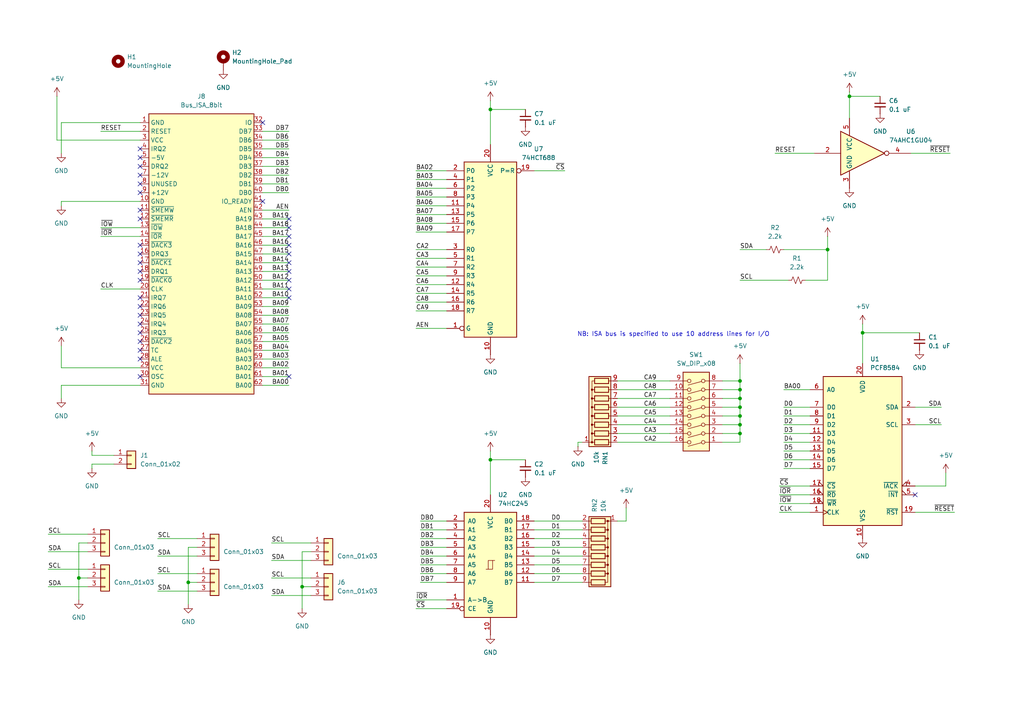
<source format=kicad_sch>
(kicad_sch (version 20231120) (generator "eeschema") (generator_version "8.0")
  (paper "A4")
  (lib_symbols
    (symbol "74xGxx:74AHC1GU04"
      (property "Reference" "U" (at -2.54 3.81 0))
      (property "Value" "74AHC1GU04" (at 0 -3.81 0))
      (symbol "74AHC1GU04_0_1"
        (polyline (pts (xy -7.62 6.35) (xy -7.62 -6.35) (xy 5.08 0) (xy -7.62 6.35)) (stroke (width 0.254)) (fill (type background)))
      )
      (symbol "74AHC1GU04_1_1"
        (pin input line (at -15.24 0 0) (length 7.62) (name "~") (number "2"))
        (pin power_in line (at -5.08 -10.16 90) (length 5.08) (name "GND") (number "3"))
        (pin output inverted (at 12.7 0 180) (length 7.62) (name "~") (number "4"))
        (pin power_in line (at -5.08 10.16 270) (length 5.08) (name "VCC") (number "5"))
      )
    )
    (symbol "74xx:74HC245" (pin_names (offset 1.016))
      (property "Reference" "U" (at -7.62 16.51 0))
      (property "Value" "74HC245" (at -7.62 -16.51 0))
      (symbol "74HC245_1_0"
        (polyline (pts (xy -0.635 -1.27) (xy -0.635 1.27) (xy 0.635 1.27)))
        (polyline (pts (xy -1.27 -1.27) (xy 0.635 -1.27) (xy 0.635 1.27) (xy 1.27 1.27)))
        (pin input line (at -12.7 -10.16 0) (length 5.08) (name "A->B") (number "1"))
        (pin power_in line (at 0 -20.32 90) (length 5.08) (name "GND") (number "10"))
        (pin tri_state line (at 12.7 -5.08 180) (length 5.08) (name "B7") (number "11"))
        (pin tri_state line (at 12.7 -2.54 180) (length 5.08) (name "B6") (number "12"))
        (pin tri_state line (at 12.7 0 180) (length 5.08) (name "B5") (number "13"))
        (pin tri_state line (at 12.7 2.54 180) (length 5.08) (name "B4") (number "14"))
        (pin tri_state line (at 12.7 5.08 180) (length 5.08) (name "B3") (number "15"))
        (pin tri_state line (at 12.7 7.62 180) (length 5.08) (name "B2") (number "16"))
        (pin tri_state line (at 12.7 10.16 180) (length 5.08) (name "B1") (number "17"))
        (pin tri_state line (at 12.7 12.7 180) (length 5.08) (name "B0") (number "18"))
        (pin input inverted (at -12.7 -12.7 0) (length 5.08) (name "CE") (number "19"))
        (pin tri_state line (at -12.7 12.7 0) (length 5.08) (name "A0") (number "2"))
        (pin power_in line (at 0 20.32 270) (length 5.08) (name "VCC") (number "20"))
        (pin tri_state line (at -12.7 10.16 0) (length 5.08) (name "A1") (number "3"))
        (pin tri_state line (at -12.7 7.62 0) (length 5.08) (name "A2") (number "4"))
        (pin tri_state line (at -12.7 5.08 0) (length 5.08) (name "A3") (number "5"))
        (pin tri_state line (at -12.7 2.54 0) (length 5.08) (name "A4") (number "6"))
        (pin tri_state line (at -12.7 0 0) (length 5.08) (name "A5") (number "7"))
        (pin tri_state line (at -12.7 -2.54 0) (length 5.08) (name "A6") (number "8"))
        (pin tri_state line (at -12.7 -5.08 0) (length 5.08) (name "A7") (number "9"))
      )
      (symbol "74HC245_1_1"
        (rectangle (start -7.62 15.24) (end 7.62 -15.24) (stroke (width 0.254)) (fill (type background)))
      )
    )
    (symbol "74xx:74HCT688"
      (property "Reference" "U" (at -7.62 26.67 0))
      (property "Value" "74HCT688" (at -7.62 -26.67 0))
      (symbol "74HCT688_1_0"
        (pin input inverted (at -12.7 -22.86 0) (length 5.08) (name "G") (number "1"))
        (pin power_in line (at 0 -30.48 90) (length 5.08) (name "GND") (number "10"))
        (pin input line (at -12.7 12.7 0) (length 5.08) (name "P4") (number "11"))
        (pin input line (at -12.7 -10.16 0) (length 5.08) (name "R4") (number "12"))
        (pin input line (at -12.7 10.16 0) (length 5.08) (name "P5") (number "13"))
        (pin input line (at -12.7 -12.7 0) (length 5.08) (name "R5") (number "14"))
        (pin input line (at -12.7 7.62 0) (length 5.08) (name "P6") (number "15"))
        (pin input line (at -12.7 -15.24 0) (length 5.08) (name "R6") (number "16"))
        (pin input line (at -12.7 5.08 0) (length 5.08) (name "P7") (number "17"))
        (pin input line (at -12.7 -17.78 0) (length 5.08) (name "R7") (number "18"))
        (pin output inverted (at 12.7 22.86 180) (length 5.08) (name "P=R") (number "19"))
        (pin input line (at -12.7 22.86 0) (length 5.08) (name "P0") (number "2"))
        (pin power_in line (at 0 30.48 270) (length 5.08) (name "VCC") (number "20"))
        (pin input line (at -12.7 0 0) (length 5.08) (name "R0") (number "3"))
        (pin input line (at -12.7 20.32 0) (length 5.08) (name "P1") (number "4"))
        (pin input line (at -12.7 -2.54 0) (length 5.08) (name "R1") (number "5"))
        (pin input line (at -12.7 17.78 0) (length 5.08) (name "P2") (number "6"))
        (pin input line (at -12.7 -5.08 0) (length 5.08) (name "R2") (number "7"))
        (pin input line (at -12.7 15.24 0) (length 5.08) (name "P3") (number "8"))
        (pin input line (at -12.7 -7.62 0) (length 5.08) (name "R3") (number "9"))
      )
      (symbol "74HCT688_1_1"
        (rectangle (start -7.62 25.4) (end 7.62 -25.4) (stroke (width 0.254)) (fill (type background)))
      )
    )
    (symbol "Connector:Bus_ISA_8bit"
      (property "Reference" "J" (at 0 42.545 0))
      (property "Value" "Bus_ISA_8bit" (at 0 -42.545 0))
      (symbol "Bus_ISA_8bit_0_1"
        (rectangle (start -15.24 -40.64) (end 15.24 40.64) (stroke (width 0.254)) (fill (type background)))
      )
      (symbol "Bus_ISA_8bit_1_1"
        (pin power_in line (at -17.78 38.1 0) (length 2.54) (name "GND") (number "1"))
        (pin power_in line (at -17.78 15.24 0) (length 2.54) (name "GND") (number "10"))
        (pin output line (at -17.78 12.7 0) (length 2.54) (name "~{SMEMW}") (number "11"))
        (pin output line (at -17.78 10.16 0) (length 2.54) (name "~{SMEMR}") (number "12"))
        (pin output line (at -17.78 7.62 0) (length 2.54) (name "~{IOW}") (number "13"))
        (pin output line (at -17.78 5.08 0) (length 2.54) (name "~{IOR}") (number "14"))
        (pin passive line (at -17.78 2.54 0) (length 2.54) (name "~{DACK3}") (number "15"))
        (pin passive line (at -17.78 0 0) (length 2.54) (name "DRQ3") (number "16"))
        (pin passive line (at -17.78 -2.54 0) (length 2.54) (name "~{DACK1}") (number "17"))
        (pin passive line (at -17.78 -5.08 0) (length 2.54) (name "DRQ1") (number "18"))
        (pin passive line (at -17.78 -7.62 0) (length 2.54) (name "~{DACK0}") (number "19"))
        (pin output line (at -17.78 35.56 0) (length 2.54) (name "RESET") (number "2"))
        (pin output line (at -17.78 -10.16 0) (length 2.54) (name "CLK") (number "20"))
        (pin passive line (at -17.78 -12.7 0) (length 2.54) (name "IRQ7") (number "21"))
        (pin passive line (at -17.78 -15.24 0) (length 2.54) (name "IRQ6") (number "22"))
        (pin passive line (at -17.78 -17.78 0) (length 2.54) (name "IRQ5") (number "23"))
        (pin passive line (at -17.78 -20.32 0) (length 2.54) (name "IRQ4") (number "24"))
        (pin passive line (at -17.78 -22.86 0) (length 2.54) (name "IRQ3") (number "25"))
        (pin passive line (at -17.78 -25.4 0) (length 2.54) (name "~{DACK2}") (number "26"))
        (pin passive line (at -17.78 -27.94 0) (length 2.54) (name "TC") (number "27"))
        (pin output line (at -17.78 -30.48 0) (length 2.54) (name "ALE") (number "28"))
        (pin power_in line (at -17.78 -33.02 0) (length 2.54) (name "VCC") (number "29"))
        (pin power_in line (at -17.78 33.02 0) (length 2.54) (name "VCC") (number "3"))
        (pin output line (at -17.78 -35.56 0) (length 2.54) (name "OSC") (number "30"))
        (pin power_in line (at -17.78 -38.1 0) (length 2.54) (name "GND") (number "31"))
        (pin passive line (at 17.78 38.1 180) (length 2.54) (name "IO") (number "32"))
        (pin tri_state line (at 17.78 35.56 180) (length 2.54) (name "DB7") (number "33"))
        (pin tri_state line (at 17.78 33.02 180) (length 2.54) (name "DB6") (number "34"))
        (pin tri_state line (at 17.78 30.48 180) (length 2.54) (name "DB5") (number "35"))
        (pin tri_state line (at 17.78 27.94 180) (length 2.54) (name "DB4") (number "36"))
        (pin tri_state line (at 17.78 25.4 180) (length 2.54) (name "DB3") (number "37"))
        (pin tri_state line (at 17.78 22.86 180) (length 2.54) (name "DB2") (number "38"))
        (pin tri_state line (at 17.78 20.32 180) (length 2.54) (name "DB1") (number "39"))
        (pin passive line (at -17.78 30.48 0) (length 2.54) (name "IRQ2") (number "4"))
        (pin tri_state line (at 17.78 17.78 180) (length 2.54) (name "DB0") (number "40"))
        (pin passive line (at 17.78 15.24 180) (length 2.54) (name "IO_READY") (number "41"))
        (pin output line (at 17.78 12.7 180) (length 2.54) (name "AEN") (number "42"))
        (pin tri_state line (at 17.78 10.16 180) (length 2.54) (name "BA19") (number "43"))
        (pin tri_state line (at 17.78 7.62 180) (length 2.54) (name "BA18") (number "44"))
        (pin tri_state line (at 17.78 5.08 180) (length 2.54) (name "BA17") (number "45"))
        (pin tri_state line (at 17.78 2.54 180) (length 2.54) (name "BA16") (number "46"))
        (pin tri_state line (at 17.78 0 180) (length 2.54) (name "BA15") (number "47"))
        (pin tri_state line (at 17.78 -2.54 180) (length 2.54) (name "BA14") (number "48"))
        (pin tri_state line (at 17.78 -5.08 180) (length 2.54) (name "BA13") (number "49"))
        (pin power_in line (at -17.78 27.94 0) (length 2.54) (name "-5V") (number "5"))
        (pin tri_state line (at 17.78 -7.62 180) (length 2.54) (name "BA12") (number "50"))
        (pin tri_state line (at 17.78 -10.16 180) (length 2.54) (name "BA11") (number "51"))
        (pin tri_state line (at 17.78 -12.7 180) (length 2.54) (name "BA10") (number "52"))
        (pin tri_state line (at 17.78 -15.24 180) (length 2.54) (name "BA09") (number "53"))
        (pin tri_state line (at 17.78 -17.78 180) (length 2.54) (name "BA08") (number "54"))
        (pin tri_state line (at 17.78 -20.32 180) (length 2.54) (name "BA07") (number "55"))
        (pin tri_state line (at 17.78 -22.86 180) (length 2.54) (name "BA06") (number "56"))
        (pin tri_state line (at 17.78 -25.4 180) (length 2.54) (name "BA05") (number "57"))
        (pin tri_state line (at 17.78 -27.94 180) (length 2.54) (name "BA04") (number "58"))
        (pin tri_state line (at 17.78 -30.48 180) (length 2.54) (name "BA03") (number "59"))
        (pin passive line (at -17.78 25.4 0) (length 2.54) (name "DRQ2") (number "6"))
        (pin tri_state line (at 17.78 -33.02 180) (length 2.54) (name "BA02") (number "60"))
        (pin tri_state line (at 17.78 -35.56 180) (length 2.54) (name "BA01") (number "61"))
        (pin tri_state line (at 17.78 -38.1 180) (length 2.54) (name "BA00") (number "62"))
        (pin power_in line (at -17.78 22.86 0) (length 2.54) (name "-12V") (number "7"))
        (pin passive line (at -17.78 20.32 0) (length 2.54) (name "UNUSED") (number "8"))
        (pin power_in line (at -17.78 17.78 0) (length 2.54) (name "+12V") (number "9"))
      )
    )
    (symbol "Connector_Generic:Conn_01x02" (pin_names (offset 1.016) hide)
      (property "Reference" "J" (at 0 2.54 0))
      (property "Value" "Conn_01x02" (at 0 -5.08 0))
      (symbol "Conn_01x02_1_1"
        (rectangle (start -1.27 -2.413) (end 0 -2.667) (stroke (width 0.1524)))
        (rectangle (start -1.27 0.127) (end 0 -0.127) (stroke (width 0.1524)))
        (rectangle (start -1.27 1.27) (end 1.27 -3.81) (stroke (width 0.254)) (fill (type background)))
        (pin passive line (at -5.08 0 0) (length 3.81) (name "Pin_1") (number "1"))
        (pin passive line (at -5.08 -2.54 0) (length 3.81) (name "Pin_2") (number "2"))
      )
    )
    (symbol "Connector_Generic:Conn_01x03" (pin_names (offset 1.016) hide)
      (property "Reference" "J" (at 0 5.08 0))
      (property "Value" "Conn_01x03" (at 0 -5.08 0))
      (symbol "Conn_01x03_1_1"
        (rectangle (start -1.27 -2.413) (end 0 -2.667) (stroke (width 0.1524)))
        (rectangle (start -1.27 0.127) (end 0 -0.127) (stroke (width 0.1524)))
        (rectangle (start -1.27 2.667) (end 0 2.413) (stroke (width 0.1524)))
        (rectangle (start -1.27 3.81) (end 1.27 -3.81) (stroke (width 0.254)) (fill (type background)))
        (pin passive line (at -5.08 2.54 0) (length 3.81) (name "Pin_1") (number "1"))
        (pin passive line (at -5.08 0 0) (length 3.81) (name "Pin_2") (number "2"))
        (pin passive line (at -5.08 -2.54 0) (length 3.81) (name "Pin_3") (number "3"))
      )
    )
    (symbol "Device:C_Small" (pin_numbers hide) (pin_names (offset 0.254) hide)
      (property "Reference" "C" (at 0.254 1.778 0))
      (property "Value" "C_Small" (at 0.254 -2.032 0))
      (symbol "C_Small_0_1"
        (polyline (pts (xy -1.524 -0.508) (xy 1.524 -0.508)) (stroke (width 0.3302)))
        (polyline (pts (xy -1.524 0.508) (xy 1.524 0.508)) (stroke (width 0.3048)))
      )
      (symbol "C_Small_1_1"
        (pin passive line (at 0 2.54 270) (length 2.032) (name "~") (number "1"))
        (pin passive line (at 0 -2.54 90) (length 2.032) (name "~") (number "2"))
      )
    )
    (symbol "Device:R_Network08" (pin_names (offset 0) hide)
      (property "Reference" "RN" (at -12.7 0 90))
      (property "Value" "R_Network08" (at 10.16 0 90))
      (symbol "R_Network08_0_1"
        (rectangle (start -11.43 -3.175) (end 8.89 3.175) (stroke (width 0.254)) (fill (type background)))
        (rectangle (start -10.922 1.524) (end -9.398 -2.54) (stroke (width 0.254)))
        (circle (center -10.16 2.286) (radius 0.254) (fill (type outline)))
        (rectangle (start -8.382 1.524) (end -6.858 -2.54) (stroke (width 0.254)))
        (circle (center -7.62 2.286) (radius 0.254) (fill (type outline)))
        (rectangle (start -5.842 1.524) (end -4.318 -2.54) (stroke (width 0.254)))
        (circle (center -5.08 2.286) (radius 0.254) (fill (type outline)))
        (rectangle (start -3.302 1.524) (end -1.778 -2.54) (stroke (width 0.254)))
        (circle (center -2.54 2.286) (radius 0.254) (fill (type outline)))
        (rectangle (start -0.762 1.524) (end 0.762 -2.54) (stroke (width 0.254)))
        (polyline (pts (xy -10.16 -2.54) (xy -10.16 -3.81)))
        (polyline (pts (xy -7.62 -2.54) (xy -7.62 -3.81)))
        (polyline (pts (xy -5.08 -2.54) (xy -5.08 -3.81)))
        (polyline (pts (xy -2.54 -2.54) (xy -2.54 -3.81)))
        (polyline (pts (xy 0 -2.54) (xy 0 -3.81)))
        (polyline (pts (xy 2.54 -2.54) (xy 2.54 -3.81)))
        (polyline (pts (xy 5.08 -2.54) (xy 5.08 -3.81)))
        (polyline (pts (xy 7.62 -2.54) (xy 7.62 -3.81)))
        (polyline (pts (xy -10.16 1.524) (xy -10.16 2.286) (xy -7.62 2.286) (xy -7.62 1.524)))
        (polyline (pts (xy -7.62 1.524) (xy -7.62 2.286) (xy -5.08 2.286) (xy -5.08 1.524)))
        (polyline (pts (xy -5.08 1.524) (xy -5.08 2.286) (xy -2.54 2.286) (xy -2.54 1.524)))
        (polyline (pts (xy -2.54 1.524) (xy -2.54 2.286) (xy 0 2.286) (xy 0 1.524)))
        (polyline (pts (xy 0 1.524) (xy 0 2.286) (xy 2.54 2.286) (xy 2.54 1.524)))
        (polyline (pts (xy 2.54 1.524) (xy 2.54 2.286) (xy 5.08 2.286) (xy 5.08 1.524)))
        (polyline (pts (xy 5.08 1.524) (xy 5.08 2.286) (xy 7.62 2.286) (xy 7.62 1.524)))
        (circle (center 0 2.286) (radius 0.254) (fill (type outline)))
        (rectangle (start 1.778 1.524) (end 3.302 -2.54) (stroke (width 0.254)))
        (circle (center 2.54 2.286) (radius 0.254) (fill (type outline)))
        (rectangle (start 4.318 1.524) (end 5.842 -2.54) (stroke (width 0.254)))
        (circle (center 5.08 2.286) (radius 0.254) (fill (type outline)))
        (rectangle (start 6.858 1.524) (end 8.382 -2.54) (stroke (width 0.254)))
      )
      (symbol "R_Network08_1_1"
        (pin passive line (at -10.16 5.08 270) (length 2.54) (name "common") (number "1"))
        (pin passive line (at -10.16 -5.08 90) (length 1.27) (name "R1") (number "2"))
        (pin passive line (at -7.62 -5.08 90) (length 1.27) (name "R2") (number "3"))
        (pin passive line (at -5.08 -5.08 90) (length 1.27) (name "R3") (number "4"))
        (pin passive line (at -2.54 -5.08 90) (length 1.27) (name "R4") (number "5"))
        (pin passive line (at 0 -5.08 90) (length 1.27) (name "R5") (number "6"))
        (pin passive line (at 2.54 -5.08 90) (length 1.27) (name "R6") (number "7"))
        (pin passive line (at 5.08 -5.08 90) (length 1.27) (name "R7") (number "8"))
        (pin passive line (at 7.62 -5.08 90) (length 1.27) (name "R8") (number "9"))
      )
    )
    (symbol "Device:R_Small_US" (pin_numbers hide) (pin_names (offset 0.254) hide)
      (property "Reference" "R" (at 0.762 0.508 0))
      (property "Value" "R_Small_US" (at 0.762 -1.016 0))
      (symbol "R_Small_US_1_1"
        (polyline (pts (xy 0 0) (xy 1.016 -0.381) (xy 0 -0.762) (xy -1.016 -1.143) (xy 0 -1.524)))
        (polyline (pts (xy 0 1.524) (xy 1.016 1.143) (xy 0 0.762) (xy -1.016 0.381) (xy 0 0)))
        (pin passive line (at 0 2.54 270) (length 1.016) (name "~") (number "1"))
        (pin passive line (at 0 -2.54 90) (length 1.016) (name "~") (number "2"))
      )
    )
    (symbol "Interface_Expansion:PCF8584" (pin_names (offset 1.016))
      (property "Reference" "U" (at -11.43 22.86 0))
      (property "Value" "PCF8584" (at 3.81 22.86 0))
      (symbol "PCF8584_0_1"
        (rectangle (start -11.43 -21.59) (end 11.43 21.59) (stroke (width 0.254)) (fill (type background)))
      )
      (symbol "PCF8584_1_1"
        (pin input clock (at -15.24 -17.78 0) (length 3.81) (name "CLK") (number "1"))
        (pin power_in line (at 0 -25.4 90) (length 3.81) (name "VSS") (number "10"))
        (pin tri_state line (at -15.24 5.08 0) (length 3.81) (name "D3") (number "11"))
        (pin tri_state line (at -15.24 2.54 0) (length 3.81) (name "D4") (number "12"))
        (pin tri_state line (at -15.24 0 0) (length 3.81) (name "D5") (number "13"))
        (pin tri_state line (at -15.24 -2.54 0) (length 3.81) (name "D6") (number "14"))
        (pin tri_state line (at -15.24 -5.08 0) (length 3.81) (name "D7") (number "15"))
        (pin passive input_low (at -15.24 -12.7 0) (length 3.81) (name "~{RD}") (number "16"))
        (pin input input_low (at -15.24 -10.16 0) (length 3.81) (name "~{CS}") (number "17"))
        (pin input input_low (at -15.24 -15.24 0) (length 3.81) (name "~{WR}") (number "18"))
        (pin bidirectional line (at 15.24 -17.78 180) (length 3.81) (name "~{RST}") (number "19"))
        (pin bidirectional line (at 15.24 12.7 180) (length 3.81) (name "SDA") (number "2"))
        (pin power_in line (at 0 25.4 270) (length 3.81) (name "VDD") (number "20"))
        (pin bidirectional line (at 15.24 7.62 180) (length 3.81) (name "SCL") (number "3"))
        (pin input input_low (at 15.24 -10.16 180) (length 3.81) (name "~{IACK}") (number "4"))
        (pin output output_low (at 15.24 -12.7 180) (length 3.81) (name "~{INT}") (number "5"))
        (pin input line (at -15.24 17.78 0) (length 3.81) (name "A0") (number "6"))
        (pin tri_state line (at -15.24 12.7 0) (length 3.81) (name "D0") (number "7"))
        (pin tri_state line (at -15.24 10.16 0) (length 3.81) (name "D1") (number "8"))
        (pin tri_state line (at -15.24 7.62 0) (length 3.81) (name "D2") (number "9"))
      )
    )
    (symbol "Mechanical:MountingHole" (pin_names (offset 1.016)) (exclude_from_sim yes) (in_bom no)
      (property "Reference" "H" (at 0 5.08 0))
      (property "Value" "MountingHole" (at 0 3.175 0))
      (symbol "MountingHole_0_1"
        (circle (center 0 0) (radius 1.27) (stroke (width 1.27)))
      )
    )
    (symbol "Mechanical:MountingHole_Pad" (pin_numbers hide) (pin_names (offset 1.016) hide) (exclude_from_sim yes) (in_bom no)
      (property "Reference" "H" (at 0 6.35 0))
      (property "Value" "MountingHole_Pad" (at 0 4.445 0))
      (symbol "MountingHole_Pad_0_1"
        (circle (center 0 1.27) (radius 1.27) (stroke (width 1.27)))
      )
      (symbol "MountingHole_Pad_1_1"
        (pin input line (at 0 -2.54 90) (length 2.54) (name "1") (number "1"))
      )
    )
    (symbol "Switch:SW_DIP_x08" (pin_names (offset 0) hide)
      (property "Reference" "SW" (at 0 13.97 0))
      (property "Value" "SW_DIP_x08" (at 0 -11.43 0))
      (symbol "SW_DIP_x08_0_0"
        (circle (center -2.032 -7.62) (radius 0.508))
        (circle (center -2.032 -5.08) (radius 0.508))
        (circle (center -2.032 -2.54) (radius 0.508))
        (circle (center -2.032 0) (radius 0.508))
        (circle (center -2.032 2.54) (radius 0.508))
        (circle (center -2.032 5.08) (radius 0.508))
        (circle (center -2.032 7.62) (radius 0.508))
        (circle (center -2.032 10.16) (radius 0.508))
        (polyline (pts (xy -1.524 -7.4676) (xy 2.3622 -6.4262)))
        (polyline (pts (xy -1.524 -4.9276) (xy 2.3622 -3.8862)))
        (polyline (pts (xy -1.524 -2.3876) (xy 2.3622 -1.3462)))
        (polyline (pts (xy -1.524 0.127) (xy 2.3622 1.1684)))
        (polyline (pts (xy -1.524 2.667) (xy 2.3622 3.7084)))
        (polyline (pts (xy -1.524 5.207) (xy 2.3622 6.2484)))
        (polyline (pts (xy -1.524 7.747) (xy 2.3622 8.7884)))
        (polyline (pts (xy -1.524 10.287) (xy 2.3622 11.3284)))
        (circle (center 2.032 -7.62) (radius 0.508))
        (circle (center 2.032 -5.08) (radius 0.508))
        (circle (center 2.032 -2.54) (radius 0.508))
        (circle (center 2.032 0) (radius 0.508))
        (circle (center 2.032 2.54) (radius 0.508))
        (circle (center 2.032 5.08) (radius 0.508))
        (circle (center 2.032 7.62) (radius 0.508))
        (circle (center 2.032 10.16) (radius 0.508))
      )
      (symbol "SW_DIP_x08_0_1"
        (rectangle (start -3.81 12.7) (end 3.81 -10.16) (stroke (width 0.254)) (fill (type background)))
      )
      (symbol "SW_DIP_x08_1_1"
        (pin passive line (at -7.62 10.16 0) (length 5.08) (name "~") (number "1"))
        (pin passive line (at 7.62 -5.08 180) (length 5.08) (name "~") (number "10"))
        (pin passive line (at 7.62 -2.54 180) (length 5.08) (name "~") (number "11"))
        (pin passive line (at 7.62 0 180) (length 5.08) (name "~") (number "12"))
        (pin passive line (at 7.62 2.54 180) (length 5.08) (name "~") (number "13"))
        (pin passive line (at 7.62 5.08 180) (length 5.08) (name "~") (number "14"))
        (pin passive line (at 7.62 7.62 180) (length 5.08) (name "~") (number "15"))
        (pin passive line (at 7.62 10.16 180) (length 5.08) (name "~") (number "16"))
        (pin passive line (at -7.62 7.62 0) (length 5.08) (name "~") (number "2"))
        (pin passive line (at -7.62 5.08 0) (length 5.08) (name "~") (number "3"))
        (pin passive line (at -7.62 2.54 0) (length 5.08) (name "~") (number "4"))
        (pin passive line (at -7.62 0 0) (length 5.08) (name "~") (number "5"))
        (pin passive line (at -7.62 -2.54 0) (length 5.08) (name "~") (number "6"))
        (pin passive line (at -7.62 -5.08 0) (length 5.08) (name "~") (number "7"))
        (pin passive line (at -7.62 -7.62 0) (length 5.08) (name "~") (number "8"))
        (pin passive line (at 7.62 -7.62 180) (length 5.08) (name "~") (number "9"))
      )
    )
    (symbol "power:+5V" (power) (pin_numbers hide) (pin_names (offset 0) hide)
      (property "Value" "+5V" (at 0 3.556 0))
      (symbol "+5V_0_1"
        (polyline (pts (xy -0.762 1.27) (xy 0 2.54)))
        (polyline (pts (xy 0 0) (xy 0 2.54)))
        (polyline (pts (xy 0 2.54) (xy 0.762 1.27)))
      )
      (symbol "+5V_1_1"
        (pin power_in line (at 0 0 90) (length 0) (name "~") (number "1"))
      )
    )
    (symbol "power:GND" (power) (pin_numbers hide) (pin_names (offset 0) hide)
      (property "Value" "GND" (at 0 -3.81 0))
      (symbol "GND_0_1"
        (polyline (pts (xy 0 0) (xy 0 -1.27) (xy 1.27 -1.27) (xy 0 -2.54) (xy -1.27 -1.27) (xy 0 -1.27)))
      )
      (symbol "GND_1_1"
        (pin power_in line (at 0 0 270) (length 0) (name "~") (number "1"))
      )
    )
  )
  (junction (at 214.63 125.73))
  (junction (at 246.38 27.94))
  (junction (at 87.63 170.18))
  (junction (at 214.63 118.11))
  (junction (at 142.24 31.75))
  (junction (at 214.63 123.19))
  (junction (at 214.63 110.49))
  (junction (at 54.61 168.91))
  (junction (at 214.63 115.57))
  (junction (at 214.63 120.65))
  (junction (at 214.63 113.03))
  (junction (at 22.86 167.64))
  (junction (at 142.24 133.35))
  (junction (at 250.19 96.52))
  (junction (at 240.03 72.39))
  (no_connect (at 40.64 55.88))
  (no_connect (at 83.82 71.12))
  (no_connect (at 40.64 81.28))
  (no_connect (at 40.64 53.34))
  (no_connect (at 83.82 73.66))
  (no_connect (at 83.82 63.5))
  (no_connect (at 83.82 66.04))
  (no_connect (at 40.64 101.6))
  (no_connect (at 40.64 88.9))
  (no_connect (at 40.64 45.72))
  (no_connect (at 83.82 76.2))
  (no_connect (at 40.64 96.52))
  (no_connect (at 83.82 81.28))
  (no_connect (at 40.64 43.18))
  (no_connect (at 40.64 60.96))
  (no_connect (at 40.64 76.2))
  (no_connect (at 40.64 73.66))
  (no_connect (at 40.64 48.26))
  (no_connect (at 40.64 109.22))
  (no_connect (at 40.64 104.14))
  (no_connect (at 40.64 91.44))
  (no_connect (at 40.64 86.36))
  (no_connect (at 83.82 83.82))
  (no_connect (at 83.82 86.36))
  (no_connect (at 40.64 78.74))
  (no_connect (at 40.64 93.98))
  (no_connect (at 40.64 50.8))
  (no_connect (at 83.82 78.74))
  (no_connect (at 265.43 143.51))
  (no_connect (at 40.64 99.06))
  (no_connect (at 83.82 68.58))
  (no_connect (at 83.82 109.22))
  (no_connect (at 40.64 63.5))
  (no_connect (at 76.2 58.42))
  (no_connect (at 40.64 71.12))
  (no_connect (at 76.2 35.56))
  (wire (pts (xy 22.86 167.64) (xy 22.86 157.48)))
  (wire (pts (xy 83.82 101.6) (xy 76.2 101.6)))
  (wire (pts (xy 209.55 123.19) (xy 214.63 123.19)))
  (wire (pts (xy 154.94 153.67) (xy 168.91 153.67)))
  (wire (pts (xy 121.92 168.91) (xy 129.54 168.91)))
  (wire (pts (xy 83.82 81.28) (xy 76.2 81.28)))
  (wire (pts (xy 83.82 83.82) (xy 76.2 83.82)))
  (wire (pts (xy 273.05 123.19) (xy 265.43 123.19)))
  (wire (pts (xy 152.4 133.35) (xy 142.24 133.35)))
  (wire (pts (xy 233.68 81.28) (xy 240.03 81.28)))
  (wire (pts (xy 54.61 158.75) (xy 57.15 158.75)))
  (wire (pts (xy 13.97 160.02) (xy 25.4 160.02)))
  (wire (pts (xy 266.7 96.52) (xy 250.19 96.52)))
  (wire (pts (xy 13.97 170.18) (xy 25.4 170.18)))
  (wire (pts (xy 154.94 166.37) (xy 168.91 166.37)))
  (wire (pts (xy 121.92 153.67) (xy 129.54 153.67)))
  (wire (pts (xy 154.94 156.21) (xy 168.91 156.21)))
  (wire (pts (xy 179.07 118.11) (xy 194.31 118.11)))
  (wire (pts (xy 45.72 161.29) (xy 57.15 161.29)))
  (wire (pts (xy 120.65 57.15) (xy 129.54 57.15)))
  (wire (pts (xy 240.03 81.28) (xy 240.03 72.39)))
  (wire (pts (xy 87.63 170.18) (xy 87.63 160.02)))
  (wire (pts (xy 265.43 140.97) (xy 274.32 140.97)))
  (wire (pts (xy 83.82 50.8) (xy 76.2 50.8)))
  (wire (pts (xy 121.92 166.37) (xy 129.54 166.37)))
  (wire (pts (xy 83.82 71.12) (xy 76.2 71.12)))
  (wire (pts (xy 214.63 128.27) (xy 214.63 125.73)))
  (wire (pts (xy 154.94 151.13) (xy 168.91 151.13)))
  (wire (pts (xy 120.65 67.31) (xy 129.54 67.31)))
  (wire (pts (xy 273.05 118.11) (xy 265.43 118.11)))
  (wire (pts (xy 33.02 134.62) (xy 26.67 134.62)))
  (wire (pts (xy 83.82 104.14) (xy 76.2 104.14)))
  (wire (pts (xy 214.63 125.73) (xy 214.63 123.19)))
  (wire (pts (xy 83.82 76.2) (xy 76.2 76.2)))
  (wire (pts (xy 83.82 109.22) (xy 76.2 109.22)))
  (wire (pts (xy 181.61 151.13) (xy 181.61 147.32)))
  (wire (pts (xy 214.63 72.39) (xy 222.25 72.39)))
  (wire (pts (xy 120.65 82.55) (xy 129.54 82.55)))
  (wire (pts (xy 17.78 58.42) (xy 17.78 59.69)))
  (wire (pts (xy 22.86 167.64) (xy 25.4 167.64)))
  (wire (pts (xy 227.33 118.11) (xy 234.95 118.11)))
  (wire (pts (xy 120.65 173.99) (xy 129.54 173.99)))
  (wire (pts (xy 246.38 26.67) (xy 246.38 27.94)))
  (wire (pts (xy 214.63 123.19) (xy 214.63 120.65)))
  (wire (pts (xy 78.74 172.72) (xy 90.17 172.72)))
  (wire (pts (xy 17.78 35.56) (xy 40.64 35.56)))
  (wire (pts (xy 179.07 128.27) (xy 194.31 128.27)))
  (wire (pts (xy 29.21 38.1) (xy 40.64 38.1)))
  (wire (pts (xy 179.07 125.73) (xy 194.31 125.73)))
  (wire (pts (xy 154.94 49.53) (xy 163.83 49.53)))
  (wire (pts (xy 264.16 44.45) (xy 275.59 44.45)))
  (wire (pts (xy 120.65 54.61) (xy 129.54 54.61)))
  (wire (pts (xy 16.51 40.64) (xy 40.64 40.64)))
  (wire (pts (xy 17.78 44.45) (xy 17.78 35.56)))
  (wire (pts (xy 76.2 60.96) (xy 83.82 60.96)))
  (wire (pts (xy 16.51 27.94) (xy 16.51 40.64)))
  (wire (pts (xy 154.94 161.29) (xy 168.91 161.29)))
  (wire (pts (xy 179.07 113.03) (xy 194.31 113.03)))
  (wire (pts (xy 83.82 38.1) (xy 76.2 38.1)))
  (wire (pts (xy 179.07 120.65) (xy 194.31 120.65)))
  (wire (pts (xy 83.82 68.58) (xy 76.2 68.58)))
  (wire (pts (xy 45.72 171.45) (xy 57.15 171.45)))
  (wire (pts (xy 121.92 161.29) (xy 129.54 161.29)))
  (wire (pts (xy 120.65 59.69) (xy 129.54 59.69)))
  (wire (pts (xy 121.92 151.13) (xy 129.54 151.13)))
  (wire (pts (xy 227.33 130.81) (xy 234.95 130.81)))
  (wire (pts (xy 13.97 165.1) (xy 25.4 165.1)))
  (wire (pts (xy 214.63 118.11) (xy 214.63 115.57)))
  (wire (pts (xy 87.63 170.18) (xy 90.17 170.18)))
  (wire (pts (xy 17.78 106.68) (xy 40.64 106.68)))
  (wire (pts (xy 120.65 62.23) (xy 129.54 62.23)))
  (wire (pts (xy 209.55 110.49) (xy 214.63 110.49)))
  (wire (pts (xy 78.74 167.64) (xy 90.17 167.64)))
  (wire (pts (xy 26.67 134.62) (xy 26.67 135.89)))
  (wire (pts (xy 227.33 72.39) (xy 240.03 72.39)))
  (wire (pts (xy 209.55 120.65) (xy 214.63 120.65)))
  (wire (pts (xy 17.78 100.33) (xy 17.78 106.68)))
  (wire (pts (xy 120.65 64.77) (xy 129.54 64.77)))
  (wire (pts (xy 83.82 99.06) (xy 76.2 99.06)))
  (wire (pts (xy 179.07 115.57) (xy 194.31 115.57)))
  (wire (pts (xy 45.72 156.21) (xy 57.15 156.21)))
  (wire (pts (xy 120.65 85.09) (xy 129.54 85.09)))
  (wire (pts (xy 179.07 123.19) (xy 194.31 123.19)))
  (wire (pts (xy 121.92 156.21) (xy 129.54 156.21)))
  (wire (pts (xy 255.27 27.94) (xy 246.38 27.94)))
  (wire (pts (xy 121.92 163.83) (xy 129.54 163.83)))
  (wire (pts (xy 120.65 90.17) (xy 129.54 90.17)))
  (wire (pts (xy 120.65 80.01) (xy 129.54 80.01)))
  (wire (pts (xy 120.65 52.07) (xy 129.54 52.07)))
  (wire (pts (xy 29.21 68.58) (xy 40.64 68.58)))
  (wire (pts (xy 22.86 173.99) (xy 22.86 167.64)))
  (wire (pts (xy 274.32 137.16) (xy 274.32 140.97)))
  (wire (pts (xy 40.64 58.42) (xy 17.78 58.42)))
  (wire (pts (xy 78.74 162.56) (xy 90.17 162.56)))
  (wire (pts (xy 234.95 140.97) (xy 226.06 140.97)))
  (wire (pts (xy 154.94 158.75) (xy 168.91 158.75)))
  (wire (pts (xy 17.78 115.57) (xy 17.78 111.76)))
  (wire (pts (xy 227.33 135.89) (xy 234.95 135.89)))
  (wire (pts (xy 234.95 113.03) (xy 227.33 113.03)))
  (wire (pts (xy 54.61 175.26) (xy 54.61 168.91)))
  (wire (pts (xy 83.82 93.98) (xy 76.2 93.98)))
  (wire (pts (xy 120.65 74.93) (xy 129.54 74.93)))
  (wire (pts (xy 246.38 27.94) (xy 246.38 34.29)))
  (wire (pts (xy 13.97 154.94) (xy 25.4 154.94)))
  (wire (pts (xy 78.74 157.48) (xy 90.17 157.48)))
  (wire (pts (xy 224.79 44.45) (xy 236.22 44.45)))
  (wire (pts (xy 214.63 120.65) (xy 214.63 118.11)))
  (wire (pts (xy 54.61 168.91) (xy 54.61 158.75)))
  (wire (pts (xy 83.82 43.18) (xy 76.2 43.18)))
  (wire (pts (xy 22.86 157.48) (xy 25.4 157.48)))
  (wire (pts (xy 227.33 128.27) (xy 234.95 128.27)))
  (wire (pts (xy 142.24 143.51) (xy 142.24 133.35)))
  (wire (pts (xy 17.78 111.76) (xy 40.64 111.76)))
  (wire (pts (xy 83.82 86.36) (xy 76.2 86.36)))
  (wire (pts (xy 227.33 123.19) (xy 234.95 123.19)))
  (wire (pts (xy 120.65 72.39) (xy 129.54 72.39)))
  (wire (pts (xy 179.07 151.13) (xy 181.61 151.13)))
  (wire (pts (xy 209.55 118.11) (xy 214.63 118.11)))
  (wire (pts (xy 226.06 143.51) (xy 234.95 143.51)))
  (wire (pts (xy 142.24 130.81) (xy 142.24 133.35)))
  (wire (pts (xy 167.64 128.27) (xy 168.91 128.27)))
  (wire (pts (xy 265.43 148.59) (xy 276.86 148.59)))
  (wire (pts (xy 83.82 63.5) (xy 76.2 63.5)))
  (wire (pts (xy 83.82 96.52) (xy 76.2 96.52)))
  (wire (pts (xy 120.65 77.47) (xy 129.54 77.47)))
  (wire (pts (xy 83.82 88.9) (xy 76.2 88.9)))
  (wire (pts (xy 83.82 66.04) (xy 76.2 66.04)))
  (wire (pts (xy 83.82 53.34) (xy 76.2 53.34)))
  (wire (pts (xy 83.82 48.26) (xy 76.2 48.26)))
  (wire (pts (xy 83.82 91.44) (xy 76.2 91.44)))
  (wire (pts (xy 129.54 176.53) (xy 120.65 176.53)))
  (wire (pts (xy 227.33 133.35) (xy 234.95 133.35)))
  (wire (pts (xy 152.4 31.75) (xy 142.24 31.75)))
  (wire (pts (xy 26.67 132.08) (xy 26.67 130.81)))
  (wire (pts (xy 83.82 40.64) (xy 76.2 40.64)))
  (wire (pts (xy 214.63 110.49) (xy 214.63 105.41)))
  (wire (pts (xy 29.21 66.04) (xy 40.64 66.04)))
  (wire (pts (xy 250.19 96.52) (xy 250.19 105.41)))
  (wire (pts (xy 179.07 110.49) (xy 194.31 110.49)))
  (wire (pts (xy 83.82 45.72) (xy 76.2 45.72)))
  (wire (pts (xy 142.24 29.21) (xy 142.24 31.75)))
  (wire (pts (xy 154.94 168.91) (xy 168.91 168.91)))
  (wire (pts (xy 227.33 125.73) (xy 234.95 125.73)))
  (wire (pts (xy 214.63 81.28) (xy 228.6 81.28)))
  (wire (pts (xy 167.64 129.54) (xy 167.64 128.27)))
  (wire (pts (xy 214.63 113.03) (xy 214.63 110.49)))
  (wire (pts (xy 87.63 176.53) (xy 87.63 170.18)))
  (wire (pts (xy 87.63 160.02) (xy 90.17 160.02)))
  (wire (pts (xy 209.55 115.57) (xy 214.63 115.57)))
  (wire (pts (xy 120.65 87.63) (xy 129.54 87.63)))
  (wire (pts (xy 226.06 146.05) (xy 234.95 146.05)))
  (wire (pts (xy 209.55 113.03) (xy 214.63 113.03)))
  (wire (pts (xy 226.06 148.59) (xy 234.95 148.59)))
  (wire (pts (xy 83.82 111.76) (xy 76.2 111.76)))
  (wire (pts (xy 227.33 120.65) (xy 234.95 120.65)))
  (wire (pts (xy 120.65 49.53) (xy 129.54 49.53)))
  (wire (pts (xy 83.82 73.66) (xy 76.2 73.66)))
  (wire (pts (xy 29.21 83.82) (xy 40.64 83.82)))
  (wire (pts (xy 83.82 78.74) (xy 76.2 78.74)))
  (wire (pts (xy 250.19 93.98) (xy 250.19 96.52)))
  (wire (pts (xy 83.82 106.68) (xy 76.2 106.68)))
  (wire (pts (xy 54.61 168.91) (xy 57.15 168.91)))
  (wire (pts (xy 142.24 41.91) (xy 142.24 31.75)))
  (wire (pts (xy 214.63 115.57) (xy 214.63 113.03)))
  (wire (pts (xy 240.03 72.39) (xy 240.03 68.58)))
  (wire (pts (xy 45.72 166.37) (xy 57.15 166.37)))
  (wire (pts (xy 154.94 163.83) (xy 168.91 163.83)))
  (wire (pts (xy 209.55 128.27) (xy 214.63 128.27)))
  (wire (pts (xy 121.92 158.75) (xy 129.54 158.75)))
  (wire (pts (xy 83.82 55.88) (xy 76.2 55.88)))
  (wire (pts (xy 209.55 125.73) (xy 214.63 125.73)))
  (wire (pts (xy 26.67 132.08) (xy 33.02 132.08)))
  (wire (pts (xy 120.65 95.25) (xy 129.54 95.25)))
  (text "NB: ISA bus is specified to use 10 address lines for I/O" (at 195.326 97.028 0) (effects (font (size 1.27 1.27))))
  (label "DB4" (at 121.92 161.29 0))
  (label "SCL" (at 78.74 157.48 0))
  (label "D6" (at 162.56 166.37 180))
  (label "RESET" (at 224.79 44.45 0))
  (label "D2" (at 227.33 123.19 0))
  (label "CA4" (at 120.65 77.47 0))
  (label "~{CS}" (at 226.06 140.97 0))
  (label "DB4" (at 83.82 45.72 180))
  (label "SDA" (at 273.05 118.11 180))
  (label "~{IOW}" (at 226.06 146.05 0))
  (label "BA15" (at 83.82 73.66 180))
  (label "CA2" (at 120.65 72.39 0))
  (label "BA19" (at 83.82 63.5 180))
  (label "BA09" (at 83.82 88.9 180))
  (label "BA09" (at 120.65 67.31 0))
  (label "SDA" (at 214.63 72.39 0))
  (label "BA05" (at 83.82 99.06 180))
  (label "D5" (at 162.56 163.83 180))
  (label "BA00" (at 83.82 111.76 180))
  (label "BA10" (at 83.82 86.36 180))
  (label "CA7" (at 186.69 115.57 0))
  (label "CLK" (at 226.06 148.59 0))
  (label "D4" (at 162.56 161.29 180))
  (label "CLK" (at 29.21 83.82 0))
  (label "BA03" (at 120.65 52.07 0))
  (label "CA3" (at 120.65 74.93 0))
  (label "D1" (at 162.56 153.67 180))
  (label "D0" (at 162.56 151.13 180))
  (label "SCL" (at 45.72 166.37 0))
  (label "BA12" (at 83.82 81.28 180))
  (label "~{IOW}" (at 29.21 66.04 0))
  (label "CA5" (at 186.69 120.65 0))
  (label "DB6" (at 121.92 166.37 0))
  (label "BA00" (at 227.33 113.03 0))
  (label "~{IOR}" (at 120.65 173.99 0))
  (label "SDA" (at 45.72 161.29 0))
  (label "D0" (at 227.33 118.11 0))
  (label "BA02" (at 83.82 106.68 180))
  (label "~{RESET}" (at 276.86 148.59 180))
  (label "~{RESET}" (at 275.59 44.45 180))
  (label "SDA" (at 13.97 160.02 0))
  (label "D2" (at 162.56 156.21 180))
  (label "AEN" (at 83.82 60.96 180))
  (label "BA02" (at 120.65 49.53 0))
  (label "BA06" (at 120.65 59.69 0))
  (label "D3" (at 162.56 158.75 180))
  (label "~{CS}" (at 163.83 49.53 180))
  (label "D7" (at 162.56 168.91 180))
  (label "CA5" (at 120.65 80.01 0))
  (label "D3" (at 227.33 125.73 0))
  (label "D7" (at 227.33 135.89 0))
  (label "BA04" (at 120.65 54.61 0))
  (label "SCL" (at 78.74 167.64 0))
  (label "CA3" (at 186.69 125.73 0))
  (label "BA03" (at 83.82 104.14 180))
  (label "DB0" (at 83.82 55.88 180))
  (label "D1" (at 227.33 120.65 0))
  (label "DB2" (at 121.92 156.21 0))
  (label "D6" (at 227.33 133.35 0))
  (label "DB5" (at 83.82 43.18 180))
  (label "BA11" (at 83.82 83.82 180))
  (label "DB7" (at 83.82 38.1 180))
  (label "DB1" (at 121.92 153.67 0))
  (label "BA04" (at 83.82 101.6 180))
  (label "BA14" (at 83.82 76.2 180))
  (label "DB3" (at 121.92 158.75 0))
  (label "CA2" (at 186.69 128.27 0))
  (label "SCL" (at 13.97 154.94 0))
  (label "BA18" (at 83.82 66.04 180))
  (label "CA6" (at 186.69 118.11 0))
  (label "BA08" (at 120.65 64.77 0))
  (label "CA7" (at 120.65 85.09 0))
  (label "DB1" (at 83.82 53.34 180))
  (label "BA13" (at 83.82 78.74 180))
  (label "SDA" (at 13.97 170.18 0))
  (label "SCL" (at 45.72 156.21 0))
  (label "AEN" (at 120.65 95.25 0))
  (label "DB0" (at 121.92 151.13 0))
  (label "SDA" (at 78.74 172.72 0))
  (label "BA06" (at 83.82 96.52 180))
  (label "SCL" (at 13.97 165.1 0))
  (label "D4" (at 227.33 128.27 0))
  (label "CA9" (at 186.69 110.49 0))
  (label "~{IOR}" (at 226.06 143.51 0))
  (label "BA01" (at 83.82 109.22 180))
  (label "SCL" (at 214.63 81.28 0))
  (label "DB7" (at 121.92 168.91 0))
  (label "BA05" (at 120.65 57.15 0))
  (label "~{CS}" (at 120.65 176.53 0))
  (label "SDA" (at 45.72 171.45 0))
  (label "BA16" (at 83.82 71.12 180))
  (label "CA4" (at 186.69 123.19 0))
  (label "DB3" (at 83.82 48.26 180))
  (label "~{IOR}" (at 29.21 68.58 0))
  (label "DB6" (at 83.82 40.64 180))
  (label "CA6" (at 120.65 82.55 0))
  (label "SDA" (at 78.74 162.56 0))
  (label "CA8" (at 186.69 113.03 0))
  (label "BA07" (at 120.65 62.23 0))
  (label "D5" (at 227.33 130.81 0))
  (label "SCL" (at 273.05 123.19 180))
  (label "RESET" (at 29.21 38.1 0))
  (label "BA08" (at 83.82 91.44 180))
  (label "CA8" (at 120.65 87.63 0))
  (label "CA9" (at 120.65 90.17 0))
  (label "DB5" (at 121.92 163.83 0))
  (label "BA07" (at 83.82 93.98 180))
  (label "DB2" (at 83.82 50.8 180))
  (label "BA17" (at 83.82 68.58 180))
  (symbol (lib_id "Connector_Generic:Conn_01x03") (at 62.23 168.91 0) (unit 1)
    (property "Reference" "J5" (effects (hide yes)))
    (property "Value" "Conn_01x03" (at 64.77 170.1799 0) (effects (justify left)))
    (property "Footprint" "Connector_PinHeader_2.54mm:PinHeader_1x03_P2.54mm_Vertical" (effects (hide yes)))
    (property "Description" "Generic connector, single row, 01x03, script generated (kicad-library-utils/schlib/autogen/connector/)" (effects (hide yes)))
    (property "LCSC Part #" "C124376" (effects (hide yes)))
  )
  (symbol (lib_id "power:+5V") (at 17.78 100.33 0) (unit 1)
    (property "Reference" "#PWR02" (effects (hide yes)))
    (property "Value" "+5V" (at 17.78 95.25 0))
    (property "Description" "Power symbol creates a global label with name \"+5V\"" (effects (hide yes)))
  )
  (symbol (lib_id "Device:R_Network08") (at 173.99 161.29 270) (unit 1)
    (property "Reference" "RN2" (at 172.4659 148.59 0) (effects (justify right)))
    (property "Value" "10k" (at 175.0059 148.59 0) (effects (justify right)))
    (property "Footprint" "Resistor_THT:R_Array_SIP9" (effects (hide yes)))
    (property "Datasheet" "http://www.vishay.com/docs/31509/csc.pdf" (effects (hide yes)))
    (property "Description" "8 resistor network, star topology, bussed resistors, small symbol" (effects (hide yes)))
    (property "LCSC Part #" "C8692" (effects (hide yes)))
  )
  (symbol (lib_id "Connector_Generic:Conn_01x02") (at 38.1 132.08 0) (unit 1)
    (property "Reference" "J1" (at 40.64 132.0799 0) (effects (justify left)))
    (property "Value" "Conn_01x02" (at 40.64 134.6199 0) (effects (justify left)))
    (property "Footprint" "Connector_PinHeader_2.54mm:PinHeader_1x02_P2.54mm_Vertical" (effects (hide yes)))
    (property "Description" "Generic connector, single row, 01x02, script generated (kicad-library-utils/schlib/autogen/connector/)" (effects (hide yes)))
    (property "LCSC Part #" "C124375" (effects (hide yes)))
  )
  (symbol (lib_id "Device:C_Small") (at 255.27 30.48 0) (unit 1)
    (property "Reference" "C6" (at 257.81 29.2162 0) (effects (justify left)))
    (property "Value" "0.1 uF" (at 257.81 31.7562 0) (effects (justify left)))
    (property "Footprint" "Capacitor_SMD:C_0603_1608Metric" (effects (hide yes)))
    (property "Datasheet" "0.1 uF 20% Ceramic" (effects (hide yes)))
    (property "Description" "Unpolarized capacitor, small symbol" (effects (hide yes)))
    (property "LCSC Part #" "C14663" (effects (hide yes)))
  )
  (symbol (lib_id "power:GND") (at 152.4 138.43 0) (unit 1)
    (property "Reference" "#PWR013" (effects (hide yes)))
    (property "Value" "GND" (at 152.4 143.51 0))
    (property "Description" "Power symbol creates a global label with name \"GND\" , ground" (effects (hide yes)))
  )
  (symbol (lib_id "power:+5V") (at 142.24 29.21 0) (unit 1)
    (property "Reference" "#PWR037" (effects (hide yes)))
    (property "Value" "+5V" (at 142.24 24.13 0))
    (property "Description" "Power symbol creates a global label with name \"+5V\"" (effects (hide yes)))
  )
  (symbol (lib_id "power:GND") (at 152.4 36.83 0) (unit 1)
    (property "Reference" "#PWR038" (effects (hide yes)))
    (property "Value" "GND" (at 152.4 41.91 0))
    (property "Description" "Power symbol creates a global label with name \"GND\" , ground" (effects (hide yes)))
  )
  (symbol (lib_id "power:+5V") (at 181.61 147.32 0) (unit 1)
    (property "Reference" "#PWR06" (effects (hide yes)))
    (property "Value" "+5V" (at 181.61 142.24 0))
    (property "Description" "Power symbol creates a global label with name \"+5V\"" (effects (hide yes)))
  )
  (symbol (lib_id "Device:C_Small") (at 152.4 135.89 0) (unit 1)
    (property "Reference" "C2" (at 154.94 134.6262 0) (effects (justify left)))
    (property "Value" "0.1 uF" (at 154.94 137.1662 0) (effects (justify left)))
    (property "Footprint" "Capacitor_SMD:C_0603_1608Metric" (effects (hide yes)))
    (property "Datasheet" "0.1 uF 20% Ceramic" (effects (hide yes)))
    (property "Description" "Unpolarized capacitor, small symbol" (effects (hide yes)))
    (property "LCSC Part #" "C14663" (effects (hide yes)))
  )
  (symbol (lib_id "power:GND") (at 246.38 54.61 0) (unit 1)
    (property "Reference" "#PWR09" (effects (hide yes)))
    (property "Value" "GND" (at 246.38 59.69 0))
    (property "Description" "Power symbol creates a global label with name \"GND\" , ground" (effects (hide yes)))
  )
  (symbol (lib_id "power:GND") (at 142.24 184.15 0) (unit 1)
    (property "Reference" "#PWR014" (effects (hide yes)))
    (property "Value" "GND" (at 142.24 189.23 0))
    (property "Description" "Power symbol creates a global label with name \"GND\" , ground" (effects (hide yes)))
  )
  (symbol (lib_id "Connector:Bus_ISA_8bit") (at 58.42 73.66 0) (unit 1)
    (property "Reference" "J8" (at 58.42 27.94 0))
    (property "Value" "Bus_ISA_8bit" (at 58.42 30.48 0))
    (property "Footprint" "Custom:BUS_ISA_8BIT" (effects (hide yes)))
    (property "Datasheet" "https://en.wikipedia.org/wiki/Industry_Standard_Architecture" (effects (hide yes)))
    (property "Description" "8-bit ISA-PC bus connector" (effects (hide yes)))
  )
  (symbol (lib_id "Device:R_Network08") (at 173.99 118.11 90) (unit 1)
    (property "Reference" "RN1" (at 175.5141 130.81 0) (effects (justify right)))
    (property "Value" "10k" (at 172.9741 130.81 0) (effects (justify right)))
    (property "Footprint" "Resistor_THT:R_Array_SIP9" (effects (hide yes)))
    (property "Datasheet" "http://www.vishay.com/docs/31509/csc.pdf" (effects (hide yes)))
    (property "Description" "8 resistor network, star topology, bussed resistors, small symbol" (effects (hide yes)))
    (property "LCSC Part #" "C8692" (effects (hide yes)))
  )
  (symbol (lib_id "Device:C_Small") (at 152.4 34.29 0) (unit 1)
    (property "Reference" "C7" (at 154.94 33.0262 0) (effects (justify left)))
    (property "Value" "0.1 uF" (at 154.94 35.5662 0) (effects (justify left)))
    (property "Footprint" "Capacitor_SMD:C_0603_1608Metric" (effects (hide yes)))
    (property "Datasheet" "0.1 uF 20% Ceramic" (effects (hide yes)))
    (property "Description" "Unpolarized capacitor, small symbol" (effects (hide yes)))
    (property "LCSC Part #" "C14663" (effects (hide yes)))
  )
  (symbol (lib_id "power:+5V") (at 16.51 27.94 0) (unit 1)
    (property "Reference" "#PWR01" (effects (hide yes)))
    (property "Value" "+5V" (at 16.51 22.86 0))
    (property "Description" "Power symbol creates a global label with name \"+5V\"" (effects (hide yes)))
  )
  (symbol (lib_id "Mechanical:MountingHole_Pad") (at 64.77 17.78 0) (unit 1) (exclude_from_sim yes) (in_bom no)
    (property "Reference" "H2" (at 67.31 15.2399 0) (effects (justify left)))
    (property "Value" "MountingHole_Pad" (at 67.31 17.7799 0) (effects (justify left)))
    (property "Footprint" "MountingHole:MountingHole_3.2mm_M3_Pad_Via" (effects (hide yes)))
    (property "Description" "Mounting Hole with connection" (effects (hide yes)))
  )
  (symbol (lib_id "Connector_Generic:Conn_01x03") (at 62.23 158.75 0) (unit 1)
    (property "Reference" "J2" (effects (hide yes)))
    (property "Value" "Conn_01x03" (at 64.77 160.0199 0) (effects (justify left)))
    (property "Footprint" "Connector_PinHeader_2.54mm:PinHeader_1x03_P2.54mm_Vertical" (effects (hide yes)))
    (property "Description" "Generic connector, single row, 01x03, script generated (kicad-library-utils/schlib/autogen/connector/)" (effects (hide yes)))
    (property "LCSC Part #" "C124376" (effects (hide yes)))
  )
  (symbol (lib_id "power:GND") (at 22.86 173.99 0) (unit 1)
    (property "Reference" "#PWR010" (effects (hide yes)))
    (property "Value" "GND" (at 22.86 179.07 0))
    (property "Description" "Power symbol creates a global label with name \"GND\" , ground" (effects (hide yes)))
  )
  (symbol (lib_id "Device:R_Small_US") (at 224.79 72.39 90) (unit 1)
    (property "Reference" "R2" (at 224.79 66.04 90))
    (property "Value" "2.2k" (at 224.79 68.58 90))
    (property "Footprint" "Resistor_SMD:R_0603_1608Metric" (effects (hide yes)))
    (property "Description" "Resistor, small US symbol" (effects (hide yes)))
    (property "LCSC Part #" "C4190" (effects (hide yes)))
  )
  (symbol (lib_id "power:GND") (at 26.67 135.89 0) (unit 1)
    (property "Reference" "#PWR032" (effects (hide yes)))
    (property "Value" "GND" (at 26.67 140.97 0))
    (property "Description" "Power symbol creates a global label with name \"GND\" , ground" (effects (hide yes)))
  )
  (symbol (lib_id "power:GND") (at 87.63 176.53 0) (unit 1)
    (property "Reference" "#PWR025" (effects (hide yes)))
    (property "Value" "GND" (at 87.63 181.61 0))
    (property "Description" "Power symbol creates a global label with name \"GND\" , ground" (effects (hide yes)))
  )
  (symbol (lib_id "74xx:74HC245") (at 142.24 163.83 0) (unit 1)
    (property "Reference" "U2" (at 144.4341 143.51 0) (effects (justify left)))
    (property "Value" "74HC245" (at 144.4341 146.05 0) (effects (justify left)))
    (property "Footprint" "Package_DIP:DIP-20_W7.62mm" (effects (hide yes)))
    (property "Datasheet" "http://www.ti.com/lit/gpn/sn74HC245" (effects (hide yes)))
    (property "Description" "Octal BUS Transceivers, 3-State outputs" (effects (hide yes)))
    (property "LCSC Part #" "C2899" (effects (hide yes)))
  )
  (symbol (lib_id "Connector_Generic:Conn_01x03") (at 30.48 167.64 0) (unit 1)
    (property "Reference" "J4" (effects (hide yes)))
    (property "Value" "Conn_01x03" (at 33.02 168.9099 0) (effects (justify left)))
    (property "Footprint" "Connector_PinHeader_2.54mm:PinHeader_1x03_P2.54mm_Vertical" (effects (hide yes)))
    (property "Description" "Generic connector, single row, 01x03, script generated (kicad-library-utils/schlib/autogen/connector/)" (effects (hide yes)))
    (property "LCSC Part #" "C124376" (effects (hide yes)))
  )
  (symbol (lib_id "74xGxx:74AHC1GU04") (at 251.46 44.45 0) (unit 1)
    (property "Reference" "U6" (at 264.16 38.1314 0))
    (property "Value" "74AHC1GU04" (at 264.16 40.6714 0))
    (property "Footprint" "Package_TO_SOT_SMD:SOT-23-5" (effects (hide yes)))
    (property "Datasheet" "http://www.ti.com/lit/sg/scyt129e/scyt129e.pdf" (effects (hide yes)))
    (property "Description" "74AHC1G04, Single NOT Gate, Low-Voltage CMOS" (effects (hide yes)))
    (property "LCSC Part #" "C7465" (effects (hide yes)))
  )
  (symbol (lib_id "power:GND") (at 54.61 175.26 0) (unit 1)
    (property "Reference" "#PWR011" (effects (hide yes)))
    (property "Value" "GND" (at 54.61 180.34 0))
    (property "Description" "Power symbol creates a global label with name \"GND\" , ground" (effects (hide yes)))
  )
  (symbol (lib_id "power:GND") (at 17.78 44.45 0) (unit 1)
    (property "Reference" "#PWR04" (effects (hide yes)))
    (property "Value" "GND" (at 17.78 49.53 0))
    (property "Description" "Power symbol creates a global label with name \"GND\" , ground" (effects (hide yes)))
  )
  (symbol (lib_id "Mechanical:MountingHole") (at 34.29 17.78 0) (unit 1) (exclude_from_sim yes) (in_bom no)
    (property "Reference" "H1" (at 36.83 16.5099 0) (effects (justify left)))
    (property "Value" "MountingHole" (at 36.83 19.0499 0) (effects (justify left)))
    (property "Footprint" "MountingHole:MountingHole_3.2mm_M3" (effects (hide yes)))
    (property "Description" "Mounting Hole without connection" (effects (hide yes)))
  )
  (symbol (lib_id "Connector_Generic:Conn_01x03") (at 95.25 160.02 0) (unit 1)
    (property "Reference" "J3" (effects (hide yes)))
    (property "Value" "Conn_01x03" (at 97.79 161.2899 0) (effects (justify left)))
    (property "Footprint" "Connector_PinHeader_2.54mm:PinHeader_1x03_P2.54mm_Vertical" (effects (hide yes)))
    (property "Description" "Generic connector, single row, 01x03, script generated (kicad-library-utils/schlib/autogen/connector/)" (effects (hide yes)))
    (property "LCSC Part #" "C124376" (effects (hide yes)))
  )
  (symbol (lib_id "Device:R_Small_US") (at 231.14 81.28 90) (unit 1)
    (property "Reference" "R1" (at 231.14 74.93 90))
    (property "Value" "2.2k" (at 231.14 77.47 90))
    (property "Footprint" "Resistor_SMD:R_0603_1608Metric" (effects (hide yes)))
    (property "Description" "Resistor, small US symbol" (effects (hide yes)))
    (property "LCSC Part #" "C4190" (effects (hide yes)))
  )
  (symbol (lib_id "Interface_Expansion:PCF8584") (at 250.19 130.81 0) (unit 1)
    (property "Reference" "U1" (at 252.3841 104.14 0) (effects (justify left)))
    (property "Value" "PCF8584" (at 252.3841 106.68 0) (effects (justify left)))
    (property "Footprint" "Package_SO:SO-20_12.8x7.5mm_P1.27mm" (effects (hide yes)))
    (property "Datasheet" "http://www.nxp.com/docs/en/data-sheet/PCF8584.pdf" (effects (hide yes)))
    (property "Description" "I2C Bus Controller, DIP/SOIC-20" (effects (hide yes)))
    (property "LCSC Part #" "C7442" (effects (hide yes)))
  )
  (symbol (lib_id "power:+5V") (at 250.19 93.98 0) (mirror y) (unit 1)
    (property "Reference" "#PWR027" (effects (hide yes)))
    (property "Value" "+5V" (at 250.19 88.9 0))
    (property "Description" "Power symbol creates a global label with name \"+5V\"" (effects (hide yes)))
  )
  (symbol (lib_id "power:GND") (at 250.19 156.21 0) (unit 1)
    (property "Reference" "#PWR029" (effects (hide yes)))
    (property "Value" "GND" (at 250.19 161.29 0))
    (property "Description" "Power symbol creates a global label with name \"GND\" , ground" (effects (hide yes)))
  )
  (symbol (lib_id "power:GND") (at 17.78 59.69 0) (unit 1)
    (property "Reference" "#PWR05" (effects (hide yes)))
    (property "Value" "GND" (at 17.78 64.77 0))
    (property "Description" "Power symbol creates a global label with name \"GND\" , ground" (effects (hide yes)))
  )
  (symbol (lib_id "power:GND") (at 64.77 20.32 0) (unit 1)
    (property "Reference" "#PWR033" (effects (hide yes)))
    (property "Value" "GND" (at 64.77 25.4 0))
    (property "Description" "Power symbol creates a global label with name \"GND\" , ground" (effects (hide yes)))
  )
  (symbol (lib_id "power:GND") (at 167.64 129.54 0) (unit 1)
    (property "Reference" "#PWR035" (effects (hide yes)))
    (property "Value" "GND" (at 167.64 134.62 0))
    (property "Description" "Power symbol creates a global label with name \"GND\" , ground" (effects (hide yes)))
  )
  (symbol (lib_id "Switch:SW_DIP_x08") (at 201.93 118.11 180) (unit 1)
    (property "Reference" "SW1" (at 201.93 102.87 0))
    (property "Value" "SW_DIP_x08" (at 201.93 105.41 0))
    (property "Footprint" "Button_Switch_THT:SW_DIP_SPSTx08_Slide_9.78x22.5mm_W7.62mm_P2.54mm" (effects (hide yes)))
    (property "Description" "8x DIP Switch, Single Pole Single Throw (SPST) switch, small symbol" (effects (hide yes)))
    (property "LCSC Part #" "C16160" (effects (hide yes)))
  )
  (symbol (lib_id "power:+5V") (at 246.38 26.67 0) (unit 1)
    (property "Reference" "#PWR07" (effects (hide yes)))
    (property "Value" "+5V" (at 246.38 21.59 0))
    (property "Description" "Power symbol creates a global label with name \"+5V\"" (effects (hide yes)))
  )
  (symbol (lib_id "power:GND") (at 266.7 101.6 0) (unit 1)
    (property "Reference" "#PWR028" (effects (hide yes)))
    (property "Value" "GND" (at 266.7 106.68 0))
    (property "Description" "Power symbol creates a global label with name \"GND\" , ground" (effects (hide yes)))
  )
  (symbol (lib_id "power:+5V") (at 214.63 105.41 0) (unit 1)
    (property "Reference" "#PWR036" (effects (hide yes)))
    (property "Value" "+5V" (at 214.63 100.33 0))
    (property "Description" "Power symbol creates a global label with name \"+5V\"" (effects (hide yes)))
  )
  (symbol (lib_id "power:+5V") (at 26.67 130.81 0) (unit 1)
    (property "Reference" "#PWR031" (effects (hide yes)))
    (property "Value" "+5V" (at 26.67 125.73 0))
    (property "Description" "Power symbol creates a global label with name \"+5V\"" (effects (hide yes)))
  )
  (symbol (lib_id "power:GND") (at 255.27 33.02 0) (unit 1)
    (property "Reference" "#PWR08" (effects (hide yes)))
    (property "Value" "GND" (at 255.27 38.1 0))
    (property "Description" "Power symbol creates a global label with name \"GND\" , ground" (effects (hide yes)))
  )
  (symbol (lib_id "power:GND") (at 142.24 102.87 0) (unit 1)
    (property "Reference" "#PWR039" (effects (hide yes)))
    (property "Value" "GND" (at 142.24 107.95 0))
    (property "Description" "Power symbol creates a global label with name \"GND\" , ground" (effects (hide yes)))
  )
  (symbol (lib_id "Connector_Generic:Conn_01x03") (at 95.25 170.18 0) (unit 1)
    (property "Reference" "J6" (at 97.79 168.9099 0) (effects (justify left)))
    (property "Value" "Conn_01x03" (at 97.79 171.4499 0) (effects (justify left)))
    (property "Footprint" "Connector_PinHeader_2.54mm:PinHeader_1x03_P2.54mm_Vertical" (effects (hide yes)))
    (property "Description" "Generic connector, single row, 01x03, script generated (kicad-library-utils/schlib/autogen/connector/)" (effects (hide yes)))
    (property "LCSC Part #" "C124376" (effects (hide yes)))
  )
  (symbol (lib_id "power:+5V") (at 142.24 130.81 0) (unit 1)
    (property "Reference" "#PWR012" (effects (hide yes)))
    (property "Value" "+5V" (at 142.24 125.73 0))
    (property "Description" "Power symbol creates a global label with name \"+5V\"" (effects (hide yes)))
  )
  (symbol (lib_id "power:+5V") (at 240.03 68.58 0) (unit 1)
    (property "Reference" "#PWR034" (effects (hide yes)))
    (property "Value" "+5V" (at 240.03 63.5 0))
    (property "Description" "Power symbol creates a global label with name \"+5V\"" (effects (hide yes)))
  )
  (symbol (lib_id "74xx:74HCT688") (at 142.24 72.39 0) (unit 1)
    (property "Reference" "U7" (at 156.21 43.2114 0))
    (property "Value" "74HCT688" (at 156.21 45.7514 0))
    (property "Footprint" "Package_DIP:DIP-20_W7.62mm" (effects (hide yes)))
    (property "Datasheet" "https://www.ti.com/lit/ds/symlink/cd54hc688.pdf" (effects (hide yes)))
    (property "Description" "8-bit magnitude comparator" (effects (hide yes)))
    (property "LCSC Part #" "C1523711" (effects (hide yes)))
  )
  (symbol (lib_id "Device:C_Small") (at 266.7 99.06 0) (unit 1)
    (property "Reference" "C1" (at 269.24 97.7962 0) (effects (justify left)))
    (property "Value" "0.1 uF" (at 269.24 100.3362 0) (effects (justify left)))
    (property "Footprint" "Capacitor_SMD:C_0603_1608Metric" (effects (hide yes)))
    (property "Datasheet" "0.1 uF 20% Ceramic" (effects (hide yes)))
    (property "Description" "Unpolarized capacitor, small symbol" (effects (hide yes)))
    (property "LCSC Part #" "C14663" (effects (hide yes)))
  )
  (symbol (lib_id "power:+5V") (at 274.32 137.16 0) (unit 1)
    (property "Reference" "#PWR030" (effects (hide yes)))
    (property "Value" "+5V" (at 274.32 132.08 0))
    (property "Description" "Power symbol creates a global label with name \"+5V\"" (effects (hide yes)))
  )
  (symbol (lib_id "power:GND") (at 17.78 115.57 0) (unit 1)
    (property "Reference" "#PWR03" (effects (hide yes)))
    (property "Value" "GND" (at 17.78 120.65 0))
    (property "Description" "Power symbol creates a global label with name \"GND\" , ground" (effects (hide yes)))
  )
  (symbol (lib_id "Connector_Generic:Conn_01x03") (at 30.48 157.48 0) (unit 1)
    (property "Reference" "J7" (effects (hide yes)))
    (property "Value" "Conn_01x03" (at 33.02 158.7499 0) (effects (justify left)))
    (property "Footprint" "Connector_PinHeader_2.54mm:PinHeader_1x03_P2.54mm_Vertical" (effects (hide yes)))
    (property "Description" "Generic connector, single row, 01x03, script generated (kicad-library-utils/schlib/autogen/connector/)" (effects (hide yes)))
    (property "LCSC Part #" "C124376" (effects (hide yes)))
  )
)
</source>
